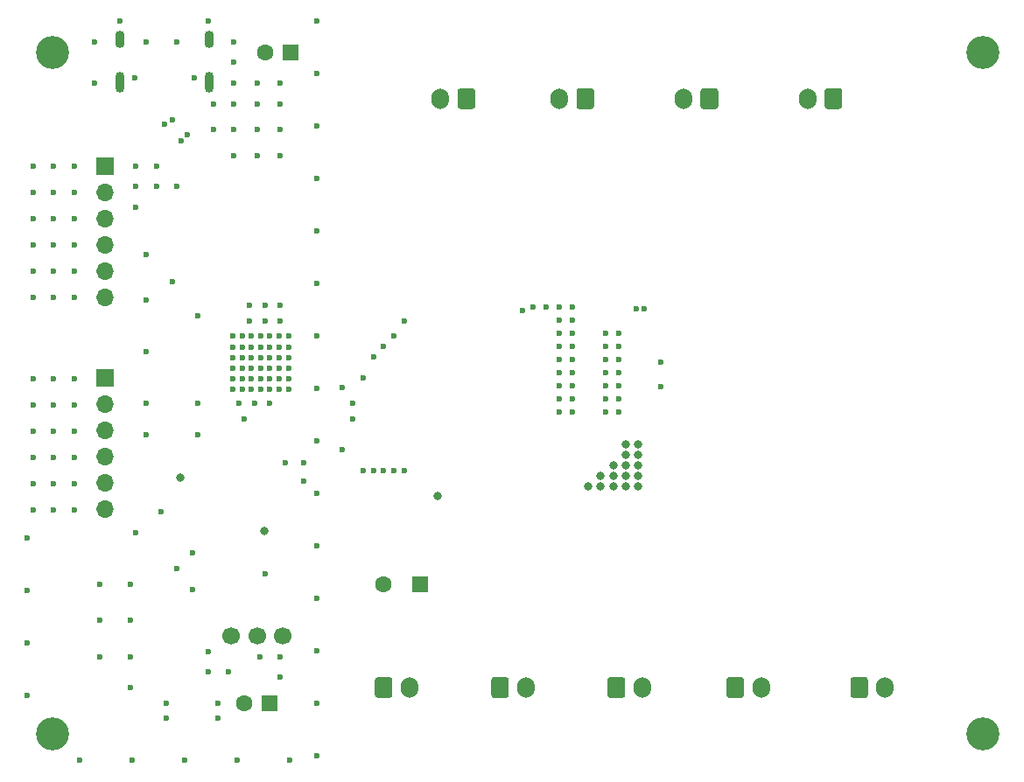
<source format=gbs>
G04 #@! TF.GenerationSoftware,KiCad,Pcbnew,(5.1.12)-1*
G04 #@! TF.CreationDate,2022-03-18T17:00:28+09:00*
G04 #@! TF.ProjectId,NHK2022_Solenoid_Valve,4e484b32-3032-4325-9f53-6f6c656e6f69,rev?*
G04 #@! TF.SameCoordinates,PX42c1d80PY7bfa480*
G04 #@! TF.FileFunction,Soldermask,Bot*
G04 #@! TF.FilePolarity,Negative*
%FSLAX46Y46*%
G04 Gerber Fmt 4.6, Leading zero omitted, Abs format (unit mm)*
G04 Created by KiCad (PCBNEW (5.1.12)-1) date 2022-03-18 17:00:28*
%MOMM*%
%LPD*%
G01*
G04 APERTURE LIST*
%ADD10C,3.200000*%
%ADD11C,1.600000*%
%ADD12R,1.600000X1.600000*%
%ADD13O,1.700000X2.000000*%
%ADD14O,1.700000X1.700000*%
%ADD15R,1.700000X1.700000*%
%ADD16O,0.900000X2.000000*%
%ADD17O,0.900000X1.700000*%
%ADD18C,0.600000*%
%ADD19C,1.700000*%
%ADD20C,0.800000*%
G04 APERTURE END LIST*
D10*
X4000000Y70000000D03*
X94000000Y70000000D03*
X94000000Y4000000D03*
X4000000Y4000000D03*
D11*
X24500000Y70000000D03*
D12*
X27000000Y70000000D03*
X25000000Y7000000D03*
D11*
X22500000Y7000000D03*
D12*
X39500000Y18500000D03*
D11*
X36000000Y18500000D03*
G36*
G01*
X57650000Y7750000D02*
X57650000Y9250000D01*
G75*
G02*
X57900000Y9500000I250000J0D01*
G01*
X59100000Y9500000D01*
G75*
G02*
X59350000Y9250000I0J-250000D01*
G01*
X59350000Y7750000D01*
G75*
G02*
X59100000Y7500000I-250000J0D01*
G01*
X57900000Y7500000D01*
G75*
G02*
X57650000Y7750000I0J250000D01*
G01*
G37*
D13*
X61000000Y8500000D03*
G36*
G01*
X44850000Y66250000D02*
X44850000Y64750000D01*
G75*
G02*
X44600000Y64500000I-250000J0D01*
G01*
X43400000Y64500000D01*
G75*
G02*
X43150000Y64750000I0J250000D01*
G01*
X43150000Y66250000D01*
G75*
G02*
X43400000Y66500000I250000J0D01*
G01*
X44600000Y66500000D01*
G75*
G02*
X44850000Y66250000I0J-250000D01*
G01*
G37*
X41500000Y65500000D03*
G36*
G01*
X56350000Y66250000D02*
X56350000Y64750000D01*
G75*
G02*
X56100000Y64500000I-250000J0D01*
G01*
X54900000Y64500000D01*
G75*
G02*
X54650000Y64750000I0J250000D01*
G01*
X54650000Y66250000D01*
G75*
G02*
X54900000Y66500000I250000J0D01*
G01*
X56100000Y66500000D01*
G75*
G02*
X56350000Y66250000I0J-250000D01*
G01*
G37*
X53000000Y65500000D03*
X65000000Y65500000D03*
G36*
G01*
X68350000Y66250000D02*
X68350000Y64750000D01*
G75*
G02*
X68100000Y64500000I-250000J0D01*
G01*
X66900000Y64500000D01*
G75*
G02*
X66650000Y64750000I0J250000D01*
G01*
X66650000Y66250000D01*
G75*
G02*
X66900000Y66500000I250000J0D01*
G01*
X68100000Y66500000D01*
G75*
G02*
X68350000Y66250000I0J-250000D01*
G01*
G37*
X77000000Y65500000D03*
G36*
G01*
X80350000Y66250000D02*
X80350000Y64750000D01*
G75*
G02*
X80100000Y64500000I-250000J0D01*
G01*
X78900000Y64500000D01*
G75*
G02*
X78650000Y64750000I0J250000D01*
G01*
X78650000Y66250000D01*
G75*
G02*
X78900000Y66500000I250000J0D01*
G01*
X80100000Y66500000D01*
G75*
G02*
X80350000Y66250000I0J-250000D01*
G01*
G37*
G36*
G01*
X81150000Y7750000D02*
X81150000Y9250000D01*
G75*
G02*
X81400000Y9500000I250000J0D01*
G01*
X82600000Y9500000D01*
G75*
G02*
X82850000Y9250000I0J-250000D01*
G01*
X82850000Y7750000D01*
G75*
G02*
X82600000Y7500000I-250000J0D01*
G01*
X81400000Y7500000D01*
G75*
G02*
X81150000Y7750000I0J250000D01*
G01*
G37*
X84500000Y8500000D03*
X72500000Y8500000D03*
G36*
G01*
X69150000Y7750000D02*
X69150000Y9250000D01*
G75*
G02*
X69400000Y9500000I250000J0D01*
G01*
X70600000Y9500000D01*
G75*
G02*
X70850000Y9250000I0J-250000D01*
G01*
X70850000Y7750000D01*
G75*
G02*
X70600000Y7500000I-250000J0D01*
G01*
X69400000Y7500000D01*
G75*
G02*
X69150000Y7750000I0J250000D01*
G01*
G37*
X38500000Y8500000D03*
G36*
G01*
X35150000Y7750000D02*
X35150000Y9250000D01*
G75*
G02*
X35400000Y9500000I250000J0D01*
G01*
X36600000Y9500000D01*
G75*
G02*
X36850000Y9250000I0J-250000D01*
G01*
X36850000Y7750000D01*
G75*
G02*
X36600000Y7500000I-250000J0D01*
G01*
X35400000Y7500000D01*
G75*
G02*
X35150000Y7750000I0J250000D01*
G01*
G37*
G36*
G01*
X46400000Y7750000D02*
X46400000Y9250000D01*
G75*
G02*
X46650000Y9500000I250000J0D01*
G01*
X47850000Y9500000D01*
G75*
G02*
X48100000Y9250000I0J-250000D01*
G01*
X48100000Y7750000D01*
G75*
G02*
X47850000Y7500000I-250000J0D01*
G01*
X46650000Y7500000D01*
G75*
G02*
X46400000Y7750000I0J250000D01*
G01*
G37*
X49750000Y8500000D03*
D14*
X9000000Y46300000D03*
X9000000Y48840000D03*
X9000000Y51380000D03*
X9000000Y53920000D03*
X9000000Y56460000D03*
D15*
X9000000Y59000000D03*
D16*
X19120000Y67070000D03*
X10480000Y67070000D03*
D17*
X19120000Y71240000D03*
X10480000Y71240000D03*
D18*
X11910000Y67550000D03*
X17690000Y67550000D03*
D19*
X21250000Y13500000D03*
X23750000Y13500000D03*
X26250000Y13500000D03*
D15*
X9000000Y38500000D03*
D14*
X9000000Y35960000D03*
X9000000Y33420000D03*
X9000000Y30880000D03*
X9000000Y28340000D03*
X9000000Y25800000D03*
D18*
X6620000Y1460000D03*
X11700000Y1460000D03*
X16780000Y1460000D03*
X21860000Y1460000D03*
X26940000Y1460000D03*
X1540000Y12780000D03*
X1540000Y22940000D03*
X1540000Y17860000D03*
X1540000Y7700000D03*
X26800000Y42500000D03*
X26800000Y41400000D03*
X26800000Y40400000D03*
X26800000Y39400000D03*
X26800000Y38400000D03*
X26800000Y37400000D03*
D20*
X41190500Y27062400D03*
D18*
X29500000Y73000000D03*
X29500000Y67920000D03*
X29500000Y62840000D03*
X29500000Y57760000D03*
X29500000Y52680000D03*
X29500000Y47600000D03*
X29500000Y42520000D03*
X29500000Y37440000D03*
X29500000Y32360000D03*
X29500000Y27280000D03*
X29500000Y22200000D03*
X29500000Y17120000D03*
X29500000Y12040000D03*
X29500000Y6960000D03*
X29500000Y1880000D03*
X25900000Y42500000D03*
X25900000Y40400000D03*
X25900000Y37400000D03*
X25900000Y41400000D03*
X25900000Y39400000D03*
X25900000Y38400000D03*
X24100000Y42500000D03*
X24100000Y37400000D03*
X24100000Y40400000D03*
X24100000Y39400000D03*
X24100000Y41400000D03*
X24100000Y38400000D03*
X25000000Y42500000D03*
X25000000Y40400000D03*
X25000000Y37400000D03*
X25000000Y41400000D03*
X25000000Y39400000D03*
X25000000Y38400000D03*
X23200000Y40400000D03*
X23200000Y37400000D03*
X22300000Y38400000D03*
X22300000Y39400000D03*
X22300000Y42500000D03*
X22300000Y41400000D03*
X23200000Y42500000D03*
X22300000Y37400000D03*
X23200000Y41400000D03*
X23200000Y39400000D03*
X22300000Y40400000D03*
X23200000Y38400000D03*
X21400000Y42500000D03*
X21400000Y39400000D03*
X21400000Y37400000D03*
X21400000Y38400000D03*
X21400000Y41400000D03*
X21400000Y40400000D03*
X6080000Y58920000D03*
X6080000Y56380000D03*
X6080000Y53840000D03*
X6080000Y51300000D03*
X6080000Y48760000D03*
X6080000Y46220000D03*
X4080000Y56380000D03*
X4080000Y51300000D03*
X4080000Y46220000D03*
X4080000Y53840000D03*
X4080000Y58920000D03*
X4080000Y48760000D03*
X2080000Y48760000D03*
X2080000Y51300000D03*
X2080000Y53840000D03*
X2080000Y58920000D03*
X2080000Y56380000D03*
X2080000Y46220000D03*
X6080000Y38380000D03*
X6080000Y33300000D03*
X6080000Y28220000D03*
X6080000Y35840000D03*
X6080000Y30760000D03*
X2080000Y35840000D03*
X4080000Y30760000D03*
X4080000Y33300000D03*
X4080000Y35840000D03*
X4080000Y38380000D03*
X2080000Y30760000D03*
X4080000Y28220000D03*
X2080000Y33300000D03*
X2080000Y28220000D03*
X2080000Y38380000D03*
X2080000Y25720000D03*
X6080000Y25720000D03*
X4080000Y25720000D03*
X23000000Y45500000D03*
X24500000Y45500000D03*
X26000000Y45500000D03*
X23000000Y44000000D03*
X24500000Y44000000D03*
X26000000Y44000000D03*
X22000000Y36000000D03*
X23500000Y36000000D03*
X25000000Y36000000D03*
X22500000Y34500000D03*
X11500000Y8500000D03*
X11500000Y11500000D03*
X11500000Y15000000D03*
X15000000Y5500000D03*
X15000000Y7000000D03*
X10500000Y73000000D03*
X19000000Y73000000D03*
X21500000Y71000000D03*
X21500000Y69000000D03*
X21500000Y67000000D03*
X21500000Y65000000D03*
X21500000Y62500000D03*
X21500000Y60000000D03*
X19500000Y62500000D03*
X19500000Y65000000D03*
X23750000Y65000000D03*
X23750000Y67000000D03*
X23750000Y62500000D03*
X23750000Y60000000D03*
X26000000Y67000000D03*
X26000000Y65000000D03*
X26000000Y62500000D03*
X26000000Y60000000D03*
X26500000Y30250000D03*
X28250000Y30250000D03*
X28265000Y28515000D03*
X14500000Y25500000D03*
X12000000Y23500000D03*
X8500000Y15000000D03*
X18000000Y44500000D03*
X15600000Y47800000D03*
X13000000Y50400000D03*
X18000000Y33000000D03*
X13000000Y46000000D03*
X13000000Y41000000D03*
X13000000Y36000000D03*
X13000000Y33000000D03*
X18000000Y36000000D03*
X8000000Y71000000D03*
X8000000Y67000000D03*
X13000000Y71000000D03*
X16000000Y71000000D03*
X12000000Y55000000D03*
X14000000Y57000000D03*
X12000000Y57000000D03*
X12000000Y59000000D03*
X14000000Y59000000D03*
X16000000Y57000000D03*
X8500000Y11500000D03*
X17500000Y21500000D03*
X16000000Y20000000D03*
X17500000Y18000000D03*
X24500000Y19500000D03*
X26000000Y11500000D03*
X26000000Y9500000D03*
X24000000Y11500000D03*
X19000000Y12000000D03*
X19000000Y10000000D03*
X21000000Y10000000D03*
X8500000Y18500000D03*
X11500000Y18500000D03*
X20000000Y7000000D03*
X20000000Y5500000D03*
X57500000Y42750000D03*
X58770000Y42750000D03*
X57500000Y41480000D03*
X58770000Y41480000D03*
X57500000Y40210000D03*
X58770000Y40210000D03*
X57500000Y38940000D03*
X58770000Y38940000D03*
X57500000Y37670000D03*
X58770000Y37670000D03*
X57500000Y36400000D03*
X58770000Y36400000D03*
X57500000Y35130000D03*
X58770000Y35130000D03*
X53000000Y44100000D03*
X54270000Y44100000D03*
X53000000Y42830000D03*
X54270000Y42830000D03*
X53000000Y41560000D03*
X54270000Y41560000D03*
X53000000Y40290000D03*
X54270000Y40290000D03*
X53000000Y39020000D03*
X54270000Y39020000D03*
X53000000Y37750000D03*
X54270000Y37750000D03*
X53000000Y36480000D03*
X54270000Y36480000D03*
X53000000Y35210000D03*
X54270000Y35210000D03*
X53000000Y45370000D03*
X54270000Y45370000D03*
X51730000Y45370000D03*
X50460000Y45370000D03*
X49400000Y45000000D03*
D20*
X60600000Y32000000D03*
X60600000Y31000000D03*
X60600000Y30000000D03*
X60600000Y29000000D03*
X60600000Y28000000D03*
X59400000Y32000000D03*
X59400000Y31000000D03*
X59400000Y30000000D03*
X59400000Y29000000D03*
X59400000Y28000000D03*
X58200000Y30000000D03*
X58200000Y29000000D03*
X58200000Y28000000D03*
X57000000Y28000000D03*
X57000000Y29000000D03*
X55800000Y28000000D03*
D18*
X60400000Y45200000D03*
X61200000Y45200000D03*
X62800000Y37600000D03*
X62800000Y40000000D03*
D20*
X24446300Y23691800D03*
X16343300Y28843400D03*
D18*
X16400000Y61400000D03*
X14800000Y63000000D03*
X15568213Y63431787D03*
X17000000Y62000000D03*
X38000000Y29500000D03*
X38000000Y44000000D03*
X37000000Y29500000D03*
X37000000Y42500000D03*
X36000000Y29500000D03*
X36000000Y41500000D03*
X35000000Y40500000D03*
X35000000Y29500000D03*
X34000000Y29500000D03*
X34000000Y38500000D03*
X32000000Y31500000D03*
X32000000Y37500000D03*
X33000000Y36000000D03*
X33000000Y34500000D03*
M02*

</source>
